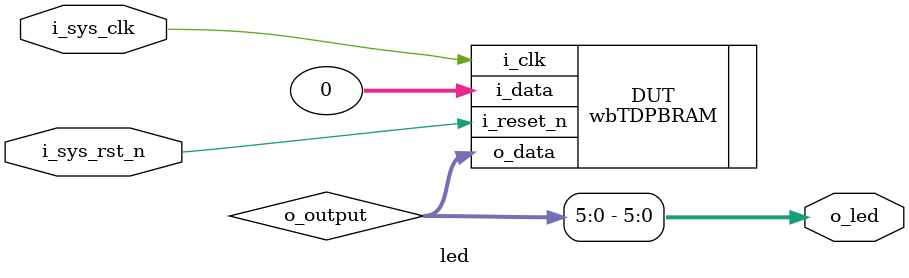
<source format=v>
module led (
    input   wire            i_sys_clk,          // clk input
    input   wire            i_sys_rst_n,        // reset input
    output  wire     [5:0]   o_led    // 6 LEDS pin
);

// module wbTDPBRAM(
//     input   wire    [0:0]   i_clk,
//     input   wire    [0:0]   i_reset_n,
//     input   wire    [7:0]   i_data,
//     output  reg     [7:0]   o_data
// );
wire [7:0] o_output;
wbTDPBRAM DUT(
    .i_clk(i_sys_clk),
    .i_reset_n(i_sys_rst_n),
    .i_data('h00),  // Example input data, modify as needed
    .o_data(o_output)   // Connect output to LED pins
);
assign o_led = o_output[5:0]; // Assign the first 6 bits to the LED output    

endmodule

</source>
